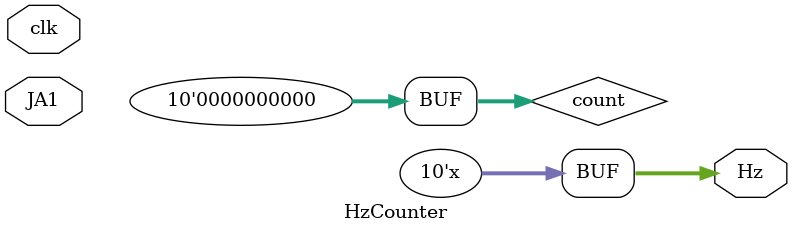
<source format=v>
/*
    ECE 3331-303 Group 3
    Spring 2024
    
    Name: Nicholas Rethans
    Module Name: Input Counter
    Submodule of:
    Dependances: OneSecondTimer
    Description:

    Inputs: clk (100Mhz internal clk)
            JA1 (Basys3 Pmod IO port with mic circuit signal)

    Outputs: Hz (Hz in binary, cycles per second)

    Notes:

*/
`timescale 1s/1s
`include "TestModules/MicSignalHandler/OneSecondTimer/OneSecondTimer.v"

module HzCounter(input clk,JA1,output reg [9:0] Hz=0);
    wire OneSecond;
    reg [9:0] count = 0;    //2^9 = 1024
    OneSecondTimer U0(clk,OneSecond);
    always@(posedge(JA1)) count<=count+1;
    always@(OneSecond)begin
        Hz=count;
        count=0;
    end
endmodule
</source>
